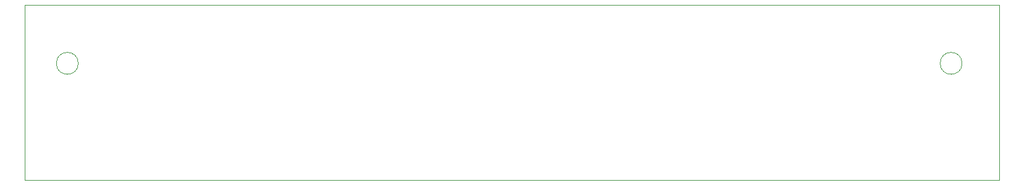
<source format=gbr>
%TF.GenerationSoftware,KiCad,Pcbnew,7.0.7*%
%TF.CreationDate,2023-10-04T21:18:47+07:00*%
%TF.ProjectId,line_sensor,6c696e65-5f73-4656-9e73-6f722e6b6963,rev?*%
%TF.SameCoordinates,Original*%
%TF.FileFunction,Profile,NP*%
%FSLAX46Y46*%
G04 Gerber Fmt 4.6, Leading zero omitted, Abs format (unit mm)*
G04 Created by KiCad (PCBNEW 7.0.7) date 2023-10-04 21:18:47*
%MOMM*%
%LPD*%
G01*
G04 APERTURE LIST*
%TA.AperFunction,Profile*%
%ADD10C,0.100000*%
%TD*%
G04 APERTURE END LIST*
D10*
X53086000Y-34163000D02*
X186436000Y-34163000D01*
X186436000Y-58161000D01*
X53086000Y-58161000D01*
X53086000Y-34163000D01*
X181350578Y-42164000D02*
G75*
G03*
X181350578Y-42164000I-1500000J0D01*
G01*
X60409422Y-42164000D02*
G75*
G03*
X60409422Y-42164000I-1500000J0D01*
G01*
M02*

</source>
